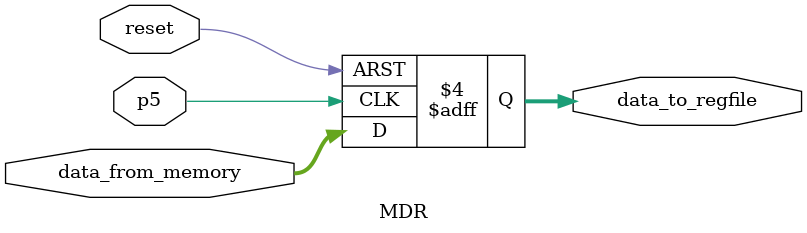
<source format=v>
module MDR (
	input p5, reset,
	input [15:0] data_from_memory,
	output reg [15:0] data_to_regfile);

	always @(posedge p5 or negedge reset) begin
		if (reset == 1'b0) begin
			data_to_regfile <= 16'b0000000000000000;
		end else if (p5 == 1'b1) begin
			data_to_regfile <= data_from_memory;
		end
	end
	
endmodule

</source>
